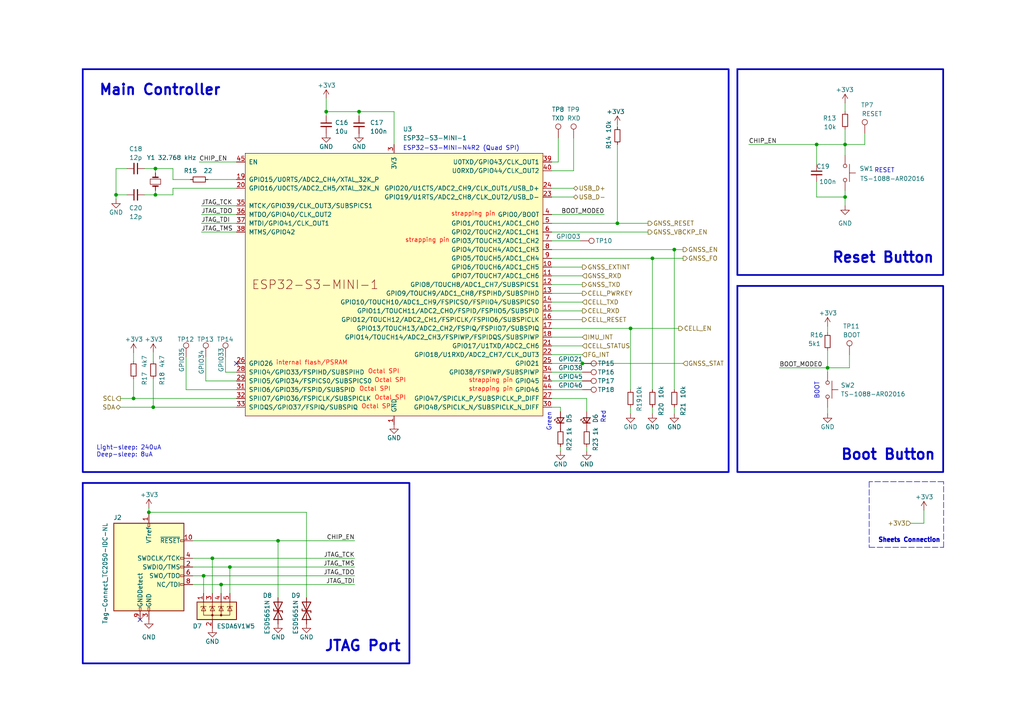
<source format=kicad_sch>
(kicad_sch (version 20231120) (generator "eeschema") (generator_version "8.0")
  (paper "A4")
  (title_block (title "Main Controller") (date "2024-05-22") (rev "2") (company "Teapot Laboratories"))
  (junction (at 195.58 72.39))
  (junction (at 236.855 41.91))
  (junction (at 104.14 32.385))
  (junction (at 43.18 148.59))
  (junction (at 189.23 74.93))
  (junction (at 33.655 56.515))
  (junction (at 44.45 118.11))
  (junction (at 80.645 156.845))
  (junction (at 59.055 167.005))
  (junction (at 182.88 95.25))
  (junction (at 245.11 41.91))
  (junction (at 38.735 115.57))
  (junction (at 94.615 32.385))
  (junction (at 45.085 56.515))
  (junction (at 179.07 64.77))
  (junction (at 66.675 164.465))
  (junction (at 45.085 48.895))
  (junction (at 245.11 57.15))
  (junction (at 168.91 105.41))
  (junction (at 64.135 169.545))
  (junction (at 240.03 106.68))
  (junction (at 61.595 161.925))
  (no_connect (at 68.58 105.41))
  (no_connect (at 40.64 179.705))
  (wire (pts (xy 162.56 129.54) (xy 162.56 130.81)))
  (wire (pts (xy 160.02 105.41) (xy 168.91 105.41)))
  (wire (pts (xy 160.02 100.33) (xy 168.91 100.33)))
  (wire (pts (xy 189.23 74.93) (xy 198.12 74.93)))
  (wire (pts (xy 44.45 102.235) (xy 44.45 104.775)))
  (wire (pts (xy 38.735 109.855) (xy 38.735 115.57)))
  (wire (pts (xy 245.11 29.845) (xy 245.11 32.385)))
  (polyline (pts (xy 273.685 139.7) (xy 252.095 139.7)) (stroke (width 0) (type dash)))
  (wire (pts (xy 168.91 105.41) (xy 198.12 105.41)))
  (wire (pts (xy 45.085 48.895) (xy 45.085 50.165)))
  (wire (pts (xy 114.3 41.91) (xy 114.3 32.385)))
  (wire (pts (xy 245.11 37.465) (xy 245.11 41.91)))
  (wire (pts (xy 160.02 92.71) (xy 168.91 92.71)))
  (wire (pts (xy 245.11 41.91) (xy 245.11 45.085)))
  (wire (pts (xy 34.925 115.57) (xy 38.735 115.57)))
  (polyline (pts (xy 252.095 158.75) (xy 273.685 158.75)) (stroke (width 0) (type dash)))
  (wire (pts (xy 94.615 33.655) (xy 94.615 32.385)))
  (wire (pts (xy 236.855 41.91) (xy 245.11 41.91)))
  (wire (pts (xy 50.165 54.61) (xy 50.165 56.515)))
  (wire (pts (xy 179.07 36.83) (xy 179.07 36.195)))
  (wire (pts (xy 38.735 115.57) (xy 68.58 115.57)))
  (wire (pts (xy 160.02 67.31) (xy 187.96 67.31)))
  (wire (pts (xy 43.18 147.32) (xy 43.18 148.59)))
  (wire (pts (xy 50.165 52.07) (xy 55.245 52.07)))
  (wire (pts (xy 61.595 161.925) (xy 102.87 161.925)))
  (wire (pts (xy 162.56 118.11) (xy 160.02 118.11)))
  (wire (pts (xy 160.02 69.85) (xy 168.275 69.85)))
  (wire (pts (xy 58.42 64.77) (xy 68.58 64.77)))
  (wire (pts (xy 33.655 56.515) (xy 33.655 57.785)))
  (wire (pts (xy 160.02 113.03) (xy 168.91 113.03)))
  (wire (pts (xy 161.925 46.99) (xy 161.925 40.005)))
  (wire (pts (xy 58.42 59.69) (xy 68.58 59.69)))
  (wire (pts (xy 160.02 97.79) (xy 168.91 97.79)))
  (wire (pts (xy 160.02 110.49) (xy 168.91 110.49)))
  (wire (pts (xy 38.735 102.235) (xy 38.735 104.775)))
  (wire (pts (xy 182.88 95.25) (xy 196.85 95.25)))
  (wire (pts (xy 170.18 119.38) (xy 170.18 115.57)))
  (wire (pts (xy 160.02 80.01) (xy 168.91 80.01)))
  (wire (pts (xy 240.03 101.6) (xy 240.03 106.68)))
  (wire (pts (xy 250.825 38.735) (xy 250.825 41.91)))
  (wire (pts (xy 160.02 85.09) (xy 168.91 85.09)))
  (wire (pts (xy 236.855 52.705) (xy 236.855 57.15)))
  (wire (pts (xy 59.055 167.005) (xy 102.87 167.005)))
  (wire (pts (xy 57.785 46.99) (xy 68.58 46.99)))
  (wire (pts (xy 80.645 156.845) (xy 80.645 173.355)))
  (wire (pts (xy 250.825 41.91) (xy 245.11 41.91)))
  (wire (pts (xy 245.11 55.245) (xy 245.11 57.15)))
  (wire (pts (xy 162.56 119.38) (xy 162.56 118.11)))
  (wire (pts (xy 245.11 57.15) (xy 245.11 59.69)))
  (wire (pts (xy 59.69 103.505) (xy 59.69 110.49)))
  (wire (pts (xy 36.83 56.515) (xy 33.655 56.515)))
  (wire (pts (xy 195.58 72.39) (xy 195.58 113.03)))
  (wire (pts (xy 64.135 169.545) (xy 102.87 169.545)))
  (wire (pts (xy 41.91 56.515) (xy 45.085 56.515)))
  (wire (pts (xy 179.07 41.91) (xy 179.07 64.77)))
  (wire (pts (xy 104.14 33.655) (xy 104.14 32.385)))
  (wire (pts (xy 53.975 113.03) (xy 68.58 113.03)))
  (polyline (pts (xy 273.685 158.75) (xy 273.685 139.7)) (stroke (width 0) (type dash)))
  (wire (pts (xy 44.45 109.855) (xy 44.45 118.11)))
  (wire (pts (xy 160.02 102.87) (xy 168.91 102.87)))
  (wire (pts (xy 170.18 115.57) (xy 160.02 115.57)))
  (wire (pts (xy 160.02 46.99) (xy 161.925 46.99)))
  (wire (pts (xy 88.9 148.59) (xy 43.18 148.59)))
  (wire (pts (xy 160.02 82.55) (xy 168.91 82.55)))
  (wire (pts (xy 217.17 41.91) (xy 236.855 41.91)))
  (wire (pts (xy 50.165 56.515) (xy 45.085 56.515)))
  (wire (pts (xy 104.14 32.385) (xy 94.615 32.385)))
  (wire (pts (xy 66.675 164.465) (xy 102.87 164.465)))
  (wire (pts (xy 55.88 167.005) (xy 59.055 167.005)))
  (wire (pts (xy 61.595 161.925) (xy 61.595 172.085)))
  (wire (pts (xy 33.655 48.895) (xy 33.655 56.515)))
  (wire (pts (xy 166.37 40.005) (xy 166.37 49.53)))
  (wire (pts (xy 80.645 156.845) (xy 102.87 156.845)))
  (wire (pts (xy 55.88 164.465) (xy 66.675 164.465)))
  (wire (pts (xy 267.97 151.765) (xy 264.16 151.765)))
  (wire (pts (xy 240.03 120.015) (xy 240.03 118.11)))
  (wire (pts (xy 50.165 54.61) (xy 68.58 54.61)))
  (wire (pts (xy 160.02 74.93) (xy 189.23 74.93)))
  (wire (pts (xy 53.975 103.505) (xy 53.975 113.03)))
  (wire (pts (xy 179.07 64.77) (xy 187.96 64.77)))
  (wire (pts (xy 33.655 48.895) (xy 36.83 48.895)))
  (wire (pts (xy 44.45 118.11) (xy 68.58 118.11)))
  (wire (pts (xy 182.88 95.25) (xy 182.88 113.03)))
  (wire (pts (xy 160.02 77.47) (xy 168.91 77.47)))
  (wire (pts (xy 160.02 64.77) (xy 179.07 64.77)))
  (wire (pts (xy 236.855 57.15) (xy 245.11 57.15)))
  (wire (pts (xy 60.325 52.07) (xy 68.58 52.07)))
  (wire (pts (xy 246.38 106.68) (xy 240.03 106.68)))
  (wire (pts (xy 160.02 95.25) (xy 182.88 95.25)))
  (wire (pts (xy 66.675 172.085) (xy 66.675 164.465)))
  (wire (pts (xy 59.055 167.005) (xy 59.055 172.085)))
  (wire (pts (xy 189.23 118.11) (xy 189.23 120.015)))
  (wire (pts (xy 160.02 57.15) (xy 166.37 57.15)))
  (wire (pts (xy 236.855 47.625) (xy 236.855 41.91)))
  (wire (pts (xy 267.97 147.955) (xy 267.97 151.765)))
  (wire (pts (xy 55.88 161.925) (xy 61.595 161.925)))
  (wire (pts (xy 160.02 54.61) (xy 166.37 54.61)))
  (polyline (pts (xy 252.095 139.7) (xy 252.095 158.75)) (stroke (width 0) (type dash)))
  (wire (pts (xy 50.165 52.07) (xy 50.165 48.895)))
  (wire (pts (xy 41.91 48.895) (xy 45.085 48.895)))
  (wire (pts (xy 59.69 110.49) (xy 68.58 110.49)))
  (wire (pts (xy 55.88 156.845) (xy 80.645 156.845)))
  (wire (pts (xy 240.03 106.68) (xy 240.03 107.95)))
  (wire (pts (xy 94.615 28.575) (xy 94.615 32.385)))
  (wire (pts (xy 58.42 67.31) (xy 68.58 67.31)))
  (wire (pts (xy 195.58 72.39) (xy 198.12 72.39)))
  (wire (pts (xy 50.165 48.895) (xy 45.085 48.895)))
  (wire (pts (xy 182.88 118.11) (xy 182.88 120.015)))
  (wire (pts (xy 226.06 106.68) (xy 240.03 106.68)))
  (wire (pts (xy 246.38 102.87) (xy 246.38 106.68)))
  (wire (pts (xy 65.405 103.505) (xy 65.405 107.95)))
  (wire (pts (xy 55.88 169.545) (xy 64.135 169.545)))
  (wire (pts (xy 160.02 62.23) (xy 175.26 62.23)))
  (wire (pts (xy 114.3 32.385) (xy 104.14 32.385)))
  (wire (pts (xy 160.02 107.95) (xy 168.91 107.95)))
  (wire (pts (xy 88.9 173.355) (xy 88.9 148.59)))
  (wire (pts (xy 160.02 87.63) (xy 168.91 87.63)))
  (wire (pts (xy 45.085 56.515) (xy 45.085 55.245)))
  (wire (pts (xy 43.18 148.59) (xy 43.18 149.225)))
  (wire (pts (xy 195.58 118.11) (xy 195.58 120.015)))
  (wire (pts (xy 34.925 118.11) (xy 44.45 118.11)))
  (wire (pts (xy 160.02 90.17) (xy 168.91 90.17)))
  (wire (pts (xy 64.135 169.545) (xy 64.135 172.085)))
  (wire (pts (xy 170.18 129.54) (xy 170.18 130.81)))
  (wire (pts (xy 240.03 94.615) (xy 240.03 96.52)))
  (wire (pts (xy 166.37 49.53) (xy 160.02 49.53)))
  (wire (pts (xy 160.02 72.39) (xy 195.58 72.39)))
  (wire (pts (xy 189.23 74.93) (xy 189.23 113.03)))
  (wire (pts (xy 58.42 62.23) (xy 68.58 62.23)))
  (wire (pts (xy 65.405 107.95) (xy 68.58 107.95)))
  (rectangle (start 24.003 140.081) (end 118.745 192.405) (stroke (width 0.5)))
  (rectangle (start 24.003 20.066) (end 211.328 136.906) (stroke (width 0.5)))
  (rectangle (start 213.868 82.931) (end 273.558 136.906) (stroke (width 0.5)))
  (rectangle (start 213.868 20.066) (end 273.558 79.756) (stroke (width 0.5)))
  (text "ESP32-S3-MINI-N4R2 (Quad SPI)\n" (at 116.84 43.815 0) (effects (font (size 1.27 1.27)) (justify left bottom)))
  (text "Red" (at 175.768 122.809 90) (effects (font (size 1.27 1.27)) (justify left bottom)))
  (text "Reset Button" (at 241.173 76.581 0) (effects (font (size 3 3) (thickness 0.6) (bold yes)) (justify left bottom)))
  (text "strapping pin" (at 135.89 113.665 0) (effects (font (size 1.27 1.27)) (justify left bottom)))
  (text "Octal SPI" (at 104.775 118.745 0) (effects (font (size 1.27 1.27)) (justify left bottom)))
  (text "Main Controller" (at 28.575 27.94 0) (effects (font (size 3 3) (thickness 0.6) (bold yes)) (justify left bottom)))
  (text "Octal SPI" (at 106.68 108.585 0) (effects (font (size 1.27 1.27)) (justify left bottom)))
  (text "JTAG Port" (at 93.98 189.23 0) (effects (font (size 3 3) (thickness 0.6) (bold yes)) (justify left bottom)))
  (text "Green" (at 160.02 125.095 90) (effects (font (size 1.27 1.27)) (justify left bottom)))
  (text "strapping pin" (at 130.81 62.865 0) (effects (font (size 1.27 1.27)) (justify left bottom)))
  (text "Boot Button" (at 243.713 133.731 0) (effects (font (size 3 3) (thickness 0.6) (bold yes)) (justify left bottom)))
  (text "RESET" (at 256.54 49.53 0) (effects (font (size 1.27 1.27))))
  (text "Octal SPI" (at 108.585 111.125 0) (effects (font (size 1.27 1.27)) (justify left bottom)))
  (text "Sheets Connection" (at 254.635 157.48 0) (effects (font (size 1.27 1.27) (thickness 0.6) (bold yes)) (justify left bottom)))
  (text "internal flash/PSRAM" (at 80.01 106.045 0) (effects (font (size 1.27 1.27)) (justify left bottom)))
  (text "Octal SPI" (at 104.14 113.665 0) (effects (font (size 1.27 1.27)) (justify left bottom)))
  (text "BOOT" (at 236.982 113.284 90) (effects (font (size 1.27 1.27))))
  (text "strapping pin" (at 135.89 111.125 0) (effects (font (size 1.27 1.27)) (justify left bottom)))
  (text "strapping pin" (at 117.475 70.485 0) (effects (font (size 1.27 1.27)) (justify left bottom)))
  (text "Light-sleep: 240uA\nDeep-sleep: 8uA" (at 27.94 132.715 0) (effects (font (size 1.27 1.27)) (justify left bottom)))
  (text "Octal SPI" (at 108.585 116.205 0) (effects (font (size 1.27 1.27)) (justify left bottom)))
  (label "JTAG_TDI" (at 58.42 64.77 0))
  (label "CHIP_EN" (at 102.87 156.845 180))
  (label "JTAG_TDO" (at 102.87 167.005 180))
  (label "JTAG_TCK" (at 102.87 161.925 180))
  (label "JTAG_TDI" (at 102.87 169.545 180))
  (label "CHIP_EN" (at 217.17 41.91 0))
  (label "BOOT_MODE0" (at 226.06 106.68 0))
  (label "CHIP_EN" (at 57.785 46.99 0))
  (label "JTAG_TMS" (at 58.42 67.31 0))
  (label "BOOT_MODE0" (at 175.26 62.23 180))
  (label "JTAG_TMS" (at 102.87 164.465 180))
  (label "JTAG_TDO" (at 58.42 62.23 0))
  (label "JTAG_TCK" (at 58.42 59.69 0))
  (hierarchical_label "GNSS_RESET" (shape output) (at 187.96 64.77 0))
  (hierarchical_label "CELL_EN" (shape output) (at 196.85 95.25 0))
  (hierarchical_label "CELL_PWRKEY" (shape output) (at 168.91 85.09 0))
  (hierarchical_label "CELL_STATUS" (shape input) (at 168.91 100.33 0))
  (hierarchical_label "FG_INT" (shape input) (at 168.91 102.87 0))
  (hierarchical_label "GNSS_EN" (shape output) (at 198.12 72.39 0))
  (hierarchical_label "GNSS_FO" (shape output) (at 198.12 74.93 0))
  (hierarchical_label "USB_D-" (shape bidirectional) (at 166.37 57.15 0))
  (hierarchical_label "SDA" (shape bidirectional) (at 34.925 118.11 180))
  (hierarchical_label "USB_D+" (shape bidirectional) (at 166.37 54.61 0))
  (hierarchical_label "GNSS_TXD" (shape output) (at 168.91 82.55 0))
  (hierarchical_label "GNSS_EXTINT" (shape output) (at 168.91 77.47 0))
  (hierarchical_label "+3V3" (shape input) (at 264.16 151.765 180))
  (hierarchical_label "GNSS_STAT" (shape input) (at 198.12 105.41 0))
  (hierarchical_label "IMU_INT" (shape input) (at 168.91 97.79 0))
  (hierarchical_label "SCL" (shape output) (at 34.925 115.57 180))
  (hierarchical_label "CELL_RESET" (shape output) (at 168.91 92.71 0))
  (hierarchical_label "GNSS_RXD" (shape input) (at 168.91 80.01 0))
  (hierarchical_label "GNSS_VBCKP_EN" (shape output) (at 187.96 67.31 0))
  (hierarchical_label "CELL_TXD" (shape input) (at 168.91 87.63 0))
  (hierarchical_label "CELL_RXD" (shape output) (at 168.91 90.17 0))
  (symbol (lib_id "Connector:Conn_ARM_JTAG_SWD_10") (at 43.18 164.465 0) (unit 1) (in_bom no)
    (property "Reference" "J2" (at 35.306 150.114 0) (effects (justify right)))
    (property "Value" "Tag-Connect_TC2050-IDC-NL" (at 30.48 151.638 90) (effects (justify right)))
    (property "Footprint" "Connector:Tag-Connect_TC2050-IDC-NL_2x05_P1.27mm_Vertical" (effects (hide yes)))
  )
  (symbol (lib_id "Switch:SW_Push") (at 240.03 113.03 270) (unit 1)
    (property "Reference" "SW2" (at 243.84 111.76 90) (effects (justify left)))
    (property "Value" "TS-1088-AR02016" (at 243.84 114.3 90) (effects (justify left)))
    (property "Footprint" "bwlc1a:SW-SMD_L3.9-W3.0-P4.45" (effects (hide yes)))
    (property "Datasheet" "https://www.lcsc.com/datasheet/lcsc_datasheet_2304140030_XUNPU-TS-1088-AR02016_C720477.pdf" (effects (hide yes)))
    (property "Description" "50mA 4mm 100MΩ 100,000 Times 12V 160gf 3mm 2mm Round Button Brick nogging SPST SMD Tactile Switches ROHS" (effects (hide yes)))
    (property "Manufacturer" "XUNPU" (effects (hide yes)))
    (property "Manufacturer Part Number" "TS-1088-AR02016" (effects (hide yes)))
    (property "Distributor" "LCSC" (effects (hide yes)))
    (property "Distributor Part Number" "C720477" (effects (hide yes)))
    (property "Distributor Link" "https://www.lcsc.com/product-detail/Tactile-Switches_XUNPU-TS-1088-AR02016_C720477.html" (effects (hide yes)))
  )
  (symbol (lib_id "power:+3V3") (at 38.735 102.235 0) (mirror y) (unit 1)
    (property "Reference" "#PWR038" (effects (hide yes)))
    (property "Value" "+3V3" (at 36.195 98.425 0) (effects (justify right)))
    (instances (project "bwlc1a" (path "" (reference "#PWR038") (unit 1))) (project "plantpal" (path "" (reference "#PWR049") (unit 1)) (path "" (reference "#PWR063") (unit 1))) (project "bwlr1e" (path "" (reference "#PWR0134") (unit 1))))
  )
  (symbol (lib_id "Device:C_Small") (at 236.855 50.165 0) (mirror y) (unit 1)
    (property "Reference" "C19" (at 240.665 48.26 0) (effects (justify left)))
    (property "Value" "100n" (at 242.57 52.705 0) (effects (justify left)))
    (property "Footprint" "Capacitor_SMD:C_0402_1005Metric" (effects (hide yes)))
    (property "Datasheet" "https://www.lcsc.com/datasheet/lcsc_datasheet_2304140030_Samsung-Electro-Mechanics-CL05B104KO5NNNC_C1525.pdf" (effects (hide yes)))
    (property "Description" "16V 100nF X7R ±10% 0402 Multilayer Ceramic Capacitors MLCC - SMD/SMT ROHS" (effects (hide yes)))
    (property "Manufacturer" "Samsung Electro-Mechanics" (effects (hide yes)))
    (property "Manufacturer Part Number" "CL05B104KO5NNNC" (effects (hide yes)))
    (property "Distributor" "LCSC" (effects (hide yes)))
    (property "Distributor Part Number" "C1525" (effects (hide yes)))
    (property "Distributor Link" "https://www.lcsc.com/product-detail/Multilayer-Ceramic-Capacitors-MLCC-SMD-SMT_Samsung-Electro-Mechanics-CL05B104KO5NNNC_C1525.html" (effects (hide yes)))
  )
  (symbol (lib_id "Connector:TestPoint") (at 168.91 107.95 270) (unit 1)
    (property "Reference" "TP16" (at 173.355 107.95 90) (effects (justify left)))
    (property "Value" "GPIO38" (at 161.925 106.68 90) (effects (justify left)))
    (property "Footprint" "TestPoint:TestPoint_Pad_D1.0mm" (effects (hide yes)))
  )
  (symbol (lib_id "Device:R_Small") (at 195.58 115.57 180) (unit 1)
    (property "Reference" "R21" (at 198.12 120.65 90) (effects (justify right)))
    (property "Value" "10k" (at 198.12 115.57 90) (effects (justify right)))
    (property "Footprint" "Resistor_SMD:R_0402_1005Metric" (effects (hide yes)))
    (property "Datasheet" "https://www.lcsc.com/datasheet/lcsc_datasheet_2206010100_UNI-ROYAL-Uniroyal-Elec-0402WGF1002TCE_C25744.pdf" (effects (hide yes)))
    (property "Description" "62.5mW Thick Film Resistors 50V ±100ppm/℃ ±1% 10kΩ 0402 Chip Resistor - Surface Mount ROHS" (effects (hide yes)))
    (property "Manufacturer" "UNI-ROYAL(Uniroyal Elec)" (effects (hide yes)))
    (property "Manufacturer Part Number" "0402WGF1002TCE" (effects (hide yes)))
    (property "Distributor" "LCSC" (effects (hide yes)))
    (property "Distributor Part Number" "C25744" (effects (hide yes)))
    (property "Distributor Link" "https://www.lcsc.com/product-detail/Chip-Resistor-Surface-Mount_UNI-ROYAL-Uniroyal-Elec-0402WGF1002TCE_C25744.html" (effects (hide yes)))
  )
  (symbol (lib_id "Device:R_Small") (at 44.45 107.315 0) (unit 1)
    (property "Reference" "R18" (at 46.99 111.76 90) (effects (justify left)))
    (property "Value" "4k7" (at 46.99 106.68 90) (effects (justify left)))
    (property "Footprint" "Resistor_SMD:R_0402_1005Metric" (effects (hide yes)))
    (property "Datasheet" "https://www.lcsc.com/datasheet/lcsc_datasheet_2206010045_UNI-ROYAL-Uniroyal-Elec-0402WGJ0472TCE_C25940.pdf" (effects (hide yes)))
    (property "Description" "62.5mW Thick Film Resistors 50V ±100ppm/℃ ±5% 4.7kΩ 0402 Chip Resistor - Surface Mount ROHS" (effects (hide yes)))
    (property "Manufacturer" "UNI-ROYAL(Uniroyal Elec)" (effects (hide yes)))
    (property "Manufacturer Part Number" "0402WGJ0472TCE" (effects (hide yes)))
    (property "Distributor" "LCSC" (effects (hide yes)))
    (property "Distributor Part Number" "C25940" (effects (hide yes)))
    (property "Distributor Link" "https://www.lcsc.com/product-detail/Chip-Resistor-Surface-Mount_UNI-ROYAL-Uniroyal-Elec-0402WGJ0472TCE_C25940.html" (effects (hide yes)))
  )
  (symbol (lib_id "power:+3V3") (at 240.03 94.615 0) (mirror y) (unit 1)
    (property "Reference" "#PWR037" (effects (hide yes)))
    (property "Value" "+3V3" (at 237.49 90.805 0) (effects (justify right)))
    (instances (project "bwlc1a" (path "" (reference "#PWR037") (unit 1))) (project "plantpal" (path "" (reference "#PWR049") (unit 1)) (path "" (reference "#PWR063") (unit 1))) (project "bwlr1e" (path "" (reference "#PWR0134") (unit 1))))
  )
  (symbol (lib_id "Device:C_Small") (at 104.14 36.195 0) (unit 1)
    (property "Reference" "C17" (at 107.315 35.5663 0) (effects (justify left)))
    (property "Value" "100n" (at 107.315 38.1063 0) (effects (justify left)))
    (property "Footprint" "Capacitor_SMD:C_0402_1005Metric" (effects (hide yes)))
    (property "Datasheet" "https://www.lcsc.com/datasheet/lcsc_datasheet_2304140030_Samsung-Electro-Mechanics-CL05B104KO5NNNC_C1525.pdf" (effects (hide yes)))
    (property "Description" "16V 100nF X7R ±10% 0402 Multilayer Ceramic Capacitors MLCC - SMD/SMT ROHS" (effects (hide yes)))
    (property "Manufacturer" "Samsung Electro-Mechanics" (effects (hide yes)))
    (property "Manufacturer Part Number" "CL05B104KO5NNNC" (effects (hide yes)))
    (property "Distributor" "LCSC" (effects (hide yes)))
    (property "Distributor Part Number" "C1525" (effects (hide yes)))
    (property "Distributor Link" "https://www.lcsc.com/product-detail/Multilayer-Ceramic-Capacitors-MLCC-SMD-SMT_Samsung-Electro-Mechanics-CL05B104KO5NNNC_C1525.html" (effects (hide yes)))
  )
  (symbol (lib_id "power:GND") (at 104.14 38.735 0) (unit 1)
    (property "Reference" "#PWR034" (effects (hide yes)))
    (property "Value" "GND" (at 104.14 42.545 0))
  )
  (symbol (lib_id "Connector:TestPoint") (at 250.825 38.735 0) (mirror y) (unit 1)
    (property "Reference" "TP7" (at 253.365 30.48 0) (effects (justify left)))
    (property "Value" "RESET" (at 255.905 33.02 0) (effects (justify left)))
    (property "Footprint" "TestPoint:TestPoint_Pad_D1.0mm" (effects (hide yes)))
  )
  (symbol (lib_id "Device:Crystal_Small") (at 45.085 52.705 90) (unit 1)
    (property "Reference" "Y1" (at 42.545 45.72 90) (effects (justify right)))
    (property "Value" "32.768 kHz" (at 45.72 45.72 90) (effects (justify right)))
    (property "Footprint" "Crystal:Crystal_SMD_3215-2Pin_3.2x1.5mm" (effects (hide yes)))
    (property "Datasheet" "https://www.lcsc.com/datasheet/lcsc_datasheet_2404180925_Seiko-Epson-Q13FC13500004_C32346.pdf" (effects (hide yes)))
    (property "Description" "32.768kHz 12.5pF ±20ppm SMD3215-2P Crystals ROHS" (effects (hide yes)))
    (property "Manufacturer" "Seiko Epson" (effects (hide yes)))
    (property "Manufacturer Part Number" "Q13FC1350000400" (effects (hide yes)))
    (property "Distributor" "LCSC" (effects (hide yes)))
    (property "Distributor Part Number" "C32346" (effects (hide yes)))
    (property "Distributor Link" "https://www.lcsc.com/product-detail/Crystals_Seiko-Epson-Q13FC1350000400_C32346.html" (effects (hide yes)))
  )
  (symbol (lib_id "power:GND") (at 170.18 130.81 0) (unit 1)
    (property "Reference" "#PWR046" (effects (hide yes)))
    (property "Value" "GND" (at 170.18 134.62 0))
  )
  (symbol (lib_id "Connector:TestPoint") (at 246.38 102.87 0) (unit 1)
    (property "Reference" "TP11" (at 244.475 94.615 0) (effects (justify left)))
    (property "Value" "BOOT" (at 244.475 97.155 0) (effects (justify left)))
    (property "Footprint" "TestPoint:TestPoint_Pad_D1.0mm" (effects (hide yes)))
  )
  (symbol (lib_id "power:GND") (at 114.3 123.19 0) (unit 1)
    (property "Reference" "#PWR044" (effects (hide yes)))
    (property "Value" "GND" (at 114.3 127 0))
  )
  (symbol (lib_id "Connector:TestPoint") (at 161.925 40.005 0) (unit 1)
    (property "Reference" "TP8" (at 160.02 31.75 0) (effects (justify left)))
    (property "Value" "TXD" (at 160.02 34.29 0) (effects (justify left)))
    (property "Footprint" "TestPoint:TestPoint_Pad_D1.0mm" (effects (hide yes)))
  )
  (symbol (lib_id "power:GND") (at 61.595 182.245 0) (unit 1)
    (property "Reference" "#PWR052" (effects (hide yes)))
    (property "Value" "GND" (at 61.595 186.055 0))
  )
  (symbol (lib_id "Device:LED_Small") (at 162.56 121.92 90) (unit 1)
    (property "Reference" "D5" (at 165.1 120.015 0) (effects (justify right)))
    (property "Value" "LTST-C191KGKT" (effects (hide yes)))
    (property "Footprint" "LED_SMD:LED_0603_1608Metric" (effects (hide yes)))
    (property "Datasheet" "https://www.lcsc.com/datasheet/lcsc_datasheet_1811100910_Lite-On-LTST-C191KGKT_C125098.pdf" (effects (hide yes)))
    (property "Description" "20mA 35mcd -55℃~+85℃ 567.5nm~576.5nm Green-yellow 130° 75mW 2V 0603 Light Emitting Diodes (LED) ROHS" (effects (hide yes)))
    (property "Manufacturer" "Lite-On" (effects (hide yes)))
    (property "Manufacturer Part Number" "LTST-C191KGKT" (effects (hide yes)))
    (property "Distributor" "LCSC" (effects (hide yes)))
    (property "Distributor Part Number" "C125098" (effects (hide yes)))
    (property "Distributor Link" "https://www.lcsc.com/product-detail/Light-Emitting-Diodes-LED_Lite-On-LTST-C191KGKT_C125098.html" (effects (hide yes)))
  )
  (symbol (lib_id "power:GND") (at 88.9 180.975 0) (unit 1)
    (property "Reference" "#PWR051" (effects (hide yes)))
    (property "Value" "GND" (at 88.9 184.785 0))
  )
  (symbol (lib_id "Device:R_Small") (at 57.785 52.07 270) (unit 1)
    (property "Reference" "R15" (at 55.245 49.53 90))
    (property "Value" "22" (at 60.325 49.53 90))
    (property "Footprint" "Resistor_SMD:R_0402_1005Metric" (effects (hide yes)))
    (property "Datasheet" "https://www.lcsc.com/datasheet/lcsc_datasheet_2205311900_UNI-ROYAL-Uniroyal-Elec-0402WGF220JTCE_C25092.pdf" (effects (hide yes)))
    (property "Description" "62.5mW Thick Film Resistors ±1% ±100ppm/℃ 22Ω 0402 Chip Resistor - Surface Mount ROHS" (effects (hide yes)))
    (property "Manufacturer" "UNI-ROYAL(Uniroyal Elec)" (effects (hide yes)))
    (property "Manufacturer Part Number" "0402WGF220JTCE" (effects (hide yes)))
    (property "Distributor" "LCSC" (effects (hide yes)))
    (property "Distributor Part Number" "C25092" (effects (hide yes)))
    (property "Distributor Link" "https://www.lcsc.com/product-detail/Chip-Resistor-Surface-Mount_UNI-ROYAL-Uniroyal-Elec-0402WGF220JTCE_C25092.html" (effects (hide yes)))
    (instances (project "bwlc1a" (path "" (reference "R15") (unit 1))) (project "plantpal" (path "" (reference "R4") (unit 1)) (path "" (reference "R2") (unit 1))))
  )
  (symbol (lib_id "Connector:TestPoint") (at 168.91 110.49 270) (unit 1)
    (property "Reference" "TP17" (at 173.355 110.49 90) (effects (justify left)))
    (property "Value" "GPIO45" (at 161.925 109.22 90) (effects (justify left)))
    (property "Footprint" "TestPoint:TestPoint_Pad_D1.0mm" (effects (hide yes)))
  )
  (symbol (lib_id "power:+3V3") (at 44.45 102.235 0) (mirror y) (unit 1)
    (property "Reference" "#PWR039" (effects (hide yes)))
    (property "Value" "+3V3" (at 41.91 98.425 0) (effects (justify right)))
    (instances (project "bwlc1a" (path "" (reference "#PWR039") (unit 1))) (project "plantpal" (path "" (reference "#PWR049") (unit 1)) (path "" (reference "#PWR063") (unit 1))) (project "bwlr1e" (path "" (reference "#PWR0134") (unit 1))))
  )
  (symbol (lib_id "Device:C_Small") (at 39.37 48.895 270) (unit 1)
    (property "Reference" "C18" (at 39.37 43.18 90))
    (property "Value" "12p" (at 39.37 45.72 90))
    (property "Footprint" "Capacitor_SMD:C_0402_1005Metric" (effects (hide yes)))
    (property "Datasheet" "https://www.lcsc.com/datasheet/lcsc_datasheet_2304140030_FH--Guangdong-Fenghua-Advanced-Tech-0402CG120J500NT_C1547.pdf" (effects (hide yes)))
    (property "Description" "50V 12pF C0G ±5% 0402 Multilayer Ceramic Capacitors MLCC - SMD/SMT ROHS" (effects (hide yes)))
    (property "Manufacturer" "FH (Guangdong Fenghua Advanced Tech)" (effects (hide yes)))
    (property "Manufacturer Part Number" "0402CG120J500NT" (effects (hide yes)))
    (property "Distributor" "LCSC" (effects (hide yes)))
    (property "Distributor Part Number" "C1547" (effects (hide yes)))
    (property "Distributor Link" "https://www.lcsc.com/product-detail/Multilayer-Ceramic-Capacitors-MLCC-SMD-SMT_FH-Guangdong-Fenghua-Advanced-Tech-0402CG120J500NT_C1547.html" (effects (hide yes)))
  )
  (symbol (lib_id "Device:C_Small") (at 94.615 36.195 0) (unit 1)
    (property "Reference" "C16" (at 97.155 35.5663 0) (effects (justify left)))
    (property "Value" "10u" (at 97.155 38.1063 0) (effects (justify left)))
    (property "Footprint" "Capacitor_SMD:C_0603_1608Metric" (effects (hide yes)))
    (property "Datasheet" "https://www.lcsc.com/datasheet/lcsc_datasheet_2304140030_Samsung-Electro-Mechanics-CL10A106KP8NNNC_C19702.pdf" (effects (hide yes)))
    (property "Description" "10V 10uF X5R ±10% 0603 Multilayer Ceramic Capacitors MLCC - SMD/SMT ROHS" (effects (hide yes)))
    (property "Manufacturer" "Samsung Electro-Mechanics" (effects (hide yes)))
    (property "Manufacturer Part Number" "CL10A106KP8NNNC" (effects (hide yes)))
    (property "Distributor" "LCSC" (effects (hide yes)))
    (property "Distributor Part Number" "C19702" (effects (hide yes)))
    (property "Distributor Link" "https://www.lcsc.com/product-detail/Multilayer-Ceramic-Capacitors-MLCC-SMD-SMT_Samsung-Electro-Mechanics-CL10A106KP8NNNC_C19702.html" (effects (hide yes)))
  )
  (symbol (lib_id "Connector:TestPoint") (at 53.975 103.505 0) (unit 1)
    (property "Reference" "TP12" (at 51.435 98.425 0) (effects (justify left)))
    (property "Value" "GPIO35" (at 52.705 107.95 90) (effects (justify left)))
    (property "Footprint" "TestPoint:TestPoint_Pad_D1.0mm" (effects (hide yes)))
  )
  (symbol (lib_id "Connector:TestPoint") (at 168.275 69.85 270) (unit 1)
    (property "Reference" "TP10" (at 172.72 69.85 90) (effects (justify left)))
    (property "Value" "GPIO03" (at 161.29 68.58 90) (effects (justify left)))
    (property "Footprint" "TestPoint:TestPoint_Pad_D1.0mm" (effects (hide yes)))
  )
  (symbol (lib_id "Device:D_TVS") (at 88.9 177.165 90) (unit 1)
    (property "Reference" "D9" (at 84.455 172.72 90) (effects (justify right)))
    (property "Value" "ESD5651N" (at 85.725 173.99 0) (effects (justify right)))
    (property "Footprint" "Diode_SMD:D_SOD-882" (effects (hide yes)))
    (property "Datasheet" "https://www.lcsc.com/datasheet/lcsc_datasheet_2209151800_Leiditech-ESD5651N_C5173251.pdf" (effects (hide yes)))
    (property "Description" "DFN1006 Electrostatic and Surge Protection (TVS/ESD) ROHS" (effects (hide yes)))
    (property "Manufacturer" "Leiditech" (effects (hide yes)))
    (property "Manufacturer Part Number" "ESD5651N" (effects (hide yes)))
    (property "Distributor" "LCSC" (effects (hide yes)))
    (property "Distributor Part Number" "C5173251" (effects (hide yes)))
    (property "Distributor Link" "https://www.lcsc.com/product-detail/span-style-background-color-ff0-ESD-span-Protection-Devices_Leiditech-ESD5651N_C5173251.html" (effects (hide yes)))
  )
  (symbol (lib_id "Connector:TestPoint") (at 168.91 105.41 270) (unit 1)
    (property "Reference" "TP15" (at 173.355 105.41 90) (effects (justify left)))
    (property "Value" "GPIO21" (at 161.925 104.14 90) (effects (justify left)))
    (property "Footprint" "TestPoint:TestPoint_Pad_D1.0mm" (effects (hide yes)))
  )
  (symbol (lib_id "power:+3V3") (at 179.07 36.195 0) (mirror y) (unit 1)
    (property "Reference" "#PWR032" (effects (hide yes)))
    (property "Value" "+3V3" (at 175.895 32.385 0) (effects (justify right)))
    (instances (project "bwlc1a" (path "" (reference "#PWR032") (unit 1))) (project "plantpal" (path "" (reference "#PWR049") (unit 1)) (path "" (reference "#PWR063") (unit 1))) (project "bwlr1e" (path "" (reference "#PWR0134") (unit 1))))
  )
  (symbol (lib_id "bwlc1a:ESP32-S3-MINI-1") (at 114.3 82.55 0) (unit 1)
    (property "Reference" "U3" (at 116.84 37.465 0) (effects (justify left)))
    (property "Value" "ESP32-S3-MINI-1" (at 116.84 40.005 0) (effects (justify left)))
    (property "Footprint" "bwlc1a:ESP32-S3-MINI-1" (effects (hide yes)))
    (property "Datasheet" "https://www.espressif.com/sites/default/files/documentation/esp32-s3-mini-1_mini-1u_datasheet_en.pdf" (effects (hide yes)))
    (property "Description" "Smallsized module supporting 2.4 GHz WiFi (802.11 b/g/n) and Bluetooth ® 5 (LE) Built around ESP32S3 series of SoCs, Xtensa ® dualcore 32bit LX7 microprocessor Flash up to 8 MB, optional 2 MB PSRAM in chip package 39 GPIOs, rich set of peripherals Onboard PCB antenna or external antenna connector" (effects (hide yes)))
    (property "Manufacturer" "Espressif Systems" (effects (hide yes)))
    (property "Manufacturer Part Number" "ESP32-S3-MINI-1-N4R2" (effects (hide yes)))
    (property "Distributor" "LCSC" (effects (hide yes)))
    (property "Distributor Part Number" "C3013941" (effects (hide yes)))
    (property "Distributor Link" "https://www.lcsc.com/product-detail/WiFi-Modules_Espressif-Systems-ESP32-S3-MINI-1-N4R2_C3013941.html" (effects (hide yes)))
  )
  (symbol (lib_id "Device:LED_Small") (at 170.18 121.92 90) (unit 1)
    (property "Reference" "D6" (at 172.72 120.015 0) (effects (justify right)))
    (property "Value" "LTST-C191KRKT" (effects (hide yes)))
    (property "Footprint" "LED_SMD:LED_0603_1608Metric" (effects (hide yes)))
    (property "Datasheet" "https://www.lcsc.com/datasheet/lcsc_datasheet_1810231512_Lite-On-LTST-C191KRKT_C125099.pdf" (effects (hide yes)))
    (property "Description" "20mA 54mcd -55℃~+85℃ 631nm Red 130° 75mW 2V 0603 Light Emitting Diodes (LED) ROHS" (effects (hide yes)))
    (property "Manufacturer" "Lite-On" (effects (hide yes)))
    (property "Manufacturer Part Number" "LTST-C191KRKT" (effects (hide yes)))
    (property "Distributor" "LCSC" (effects (hide yes)))
    (property "Distributor Part Number" "C125099" (effects (hide yes)))
    (property "Distributor Link" "https://www.lcsc.com/product-detail/Light-Emitting-Diodes-LED_Lite-On-LTST-C191KRKT_C125099.html" (effects (hide yes)))
  )
  (symbol (lib_id "power:GND") (at 162.56 130.81 0) (unit 1)
    (property "Reference" "#PWR045" (effects (hide yes)))
    (property "Value" "GND" (at 162.56 134.62 0))
  )
  (symbol (lib_id "Switch:SW_Push") (at 245.11 50.165 270) (mirror x) (unit 1)
    (property "Reference" "SW1" (at 253.365 48.895 90) (effects (justify right)))
    (property "Value" "TS-1088-AR02016" (at 268.224 51.816 90) (effects (justify right)))
    (property "Footprint" "bwlc1a:SW-SMD_L3.9-W3.0-P4.45" (effects (hide yes)))
    (property "Datasheet" "https://www.lcsc.com/datasheet/lcsc_datasheet_2304140030_XUNPU-TS-1088-AR02016_C720477.pdf" (effects (hide yes)))
    (property "Description" "50mA 4mm 100MΩ 100,000 Times 12V 160gf 3mm 2mm Round Button Brick nogging SPST SMD Tactile Switches ROHS" (effects (hide yes)))
    (property "Manufacturer" "XUNPU" (effects (hide yes)))
    (property "Manufacturer Part Number" "TS-1088-AR02016" (effects (hide yes)))
    (property "Distributor" "LCSC" (effects (hide yes)))
    (property "Distributor Part Number" "C720477" (effects (hide yes)))
    (property "Distributor Link" "https://www.lcsc.com/product-detail/Tactile-Switches_XUNPU-TS-1088-AR02016_C720477.html" (effects (hide yes)))
  )
  (symbol (lib_id "Connector:TestPoint") (at 166.37 40.005 0) (unit 1)
    (property "Reference" "TP9" (at 164.465 31.75 0) (effects (justify left)))
    (property "Value" "RXD" (at 164.465 34.29 0) (effects (justify left)))
    (property "Footprint" "TestPoint:TestPoint_Pad_D1.0mm" (effects (hide yes)))
  )
  (symbol (lib_id "power:GND") (at 245.11 59.69 0) (mirror y) (unit 1)
    (property "Reference" "#PWR036" (effects (hide yes)))
    (property "Value" "GND" (at 245.11 64.77 0))
  )
  (symbol (lib_id "Device:R_Small") (at 179.07 39.37 0) (unit 1)
    (property "Reference" "R14" (at 176.53 39.37 90) (effects (justify right)))
    (property "Value" "10k" (at 176.53 34.925 90) (effects (justify right)))
    (property "Footprint" "Resistor_SMD:R_0402_1005Metric" (effects (hide yes)))
    (property "Datasheet" "https://www.lcsc.com/datasheet/lcsc_datasheet_2206010100_UNI-ROYAL-Uniroyal-Elec-0402WGF1002TCE_C25744.pdf" (effects (hide yes)))
    (property "Description" "62.5mW Thick Film Resistors 50V ±100ppm/℃ ±1% 10kΩ 0402 Chip Resistor - Surface Mount ROHS" (effects (hide yes)))
    (property "Manufacturer" "UNI-ROYAL(Uniroyal Elec)" (effects (hide yes)))
    (property "Manufacturer Part Number" "0402WGF1002TCE" (effects (hide yes)))
    (property "Distributor" "LCSC" (effects (hide yes)))
    (property "Distributor Part Number" "C25744" (effects (hide yes)))
    (property "Distributor Link" "https://www.lcsc.com/product-detail/Chip-Resistor-Surface-Mount_UNI-ROYAL-Uniroyal-Elec-0402WGF1002TCE_C25744.html" (effects (hide yes)))
  )
  (symbol (lib_id "power:GND") (at 80.645 180.975 0) (unit 1)
    (property "Reference" "#PWR050" (effects (hide yes)))
    (property "Value" "GND" (at 80.645 184.785 0))
  )
  (symbol (lib_id "Connector:TestPoint") (at 59.69 103.505 0) (unit 1)
    (property "Reference" "TP13" (at 57.15 98.425 0) (effects (justify left)))
    (property "Value" "GPIO34" (at 58.42 108.585 90) (effects (justify left)))
    (property "Footprint" "TestPoint:TestPoint_Pad_D1.0mm" (effects (hide yes)))
  )
  (symbol (lib_id "power:GND") (at 94.615 38.735 0) (unit 1)
    (property "Reference" "#PWR033" (effects (hide yes)))
    (property "Value" "GND" (at 94.615 42.545 0))
  )
  (symbol (lib_id "power:+3V3") (at 43.18 147.32 0) (mirror y) (unit 1)
    (property "Reference" "#PWR047" (effects (hide yes)))
    (property "Value" "+3V3" (at 40.64 143.51 0) (effects (justify right)))
    (instances (project "bwlc1a" (path "" (reference "#PWR047") (unit 1))) (project "plantpal" (path "" (reference "#PWR049") (unit 1)) (path "" (reference "#PWR063") (unit 1))) (project "bwlr1e" (path "" (reference "#PWR0134") (unit 1))))
  )
  (symbol (lib_id "Power_Protection:SP0504BAJT") (at 61.595 177.165 0) (unit 1)
    (property "Reference" "D7" (at 55.88 181.61 0) (effects (justify left)))
    (property "Value" "ESDA6V1W5" (at 62.865 181.61 0) (effects (justify left)))
    (property "Footprint" "Package_TO_SOT_SMD:SOT-353_SC-70-5" (effects (hide yes)))
    (property "Datasheet" "https://www.lcsc.com/datasheet/lcsc_datasheet_2108132030_TECH-PUBLIC-ESDA6V1W5-TP_C970036.pdf" (effects (hide yes)))
    (property "Description" "SOT-323-5 ESD Protection Devices ROHS" (effects (hide yes)))
    (property "Manufacturer" "TECH PUBLIC" (effects (hide yes)))
    (property "Manufacturer Part Number" "ESDA6V1W5-TP" (effects (hide yes)))
    (property "Distributor" "LCSC" (effects (hide yes)))
    (property "Distributor Part Number" "C970036" (effects (hide yes)))
    (property "Distributor Link" "https://www.lcsc.com/product-detail/span-style-background-color-ff0-ESD-span-Protection-Devices_TECH-PUBLIC-ESDA6V1W5-TP_C970036.html" (effects (hide yes)))
  )
  (symbol (lib_id "Device:R_Small") (at 170.18 127 0) (unit 1)
    (property "Reference" "R23" (at 172.72 128.905 90))
    (property "Value" "1k" (at 172.72 125.095 90))
    (property "Footprint" "Resistor_SMD:R_0402_1005Metric" (effects (hide yes)))
    (property "Datasheet" "https://www.lcsc.com/datasheet/lcsc_datasheet_2205311845_UNI-ROYAL-Uniroyal-Elec-0402WGJ0102TCE_C25543.pdf" (effects (hide yes)))
    (property "Description" "62.5mW Thick Film Resistors 50V ±100ppm/℃ ±5% 1kΩ 0402 Chip Resistor - Surface Mount ROHS" (effects (hide yes)))
    (property "Manufacturer" "UNI-ROYAL(Uniroyal Elec)" (effects (hide yes)))
    (property "Manufacturer Part Number" "0402WGJ0102TCE" (effects (hide yes)))
    (property "Distributor" "LCSC" (effects (hide yes)))
    (property "Distributor Part Number" "C25543" (effects (hide yes)))
    (property "Distributor Link" "https://www.lcsc.com/product-detail/Chip-Resistor-Surface-Mount_UNI-ROYAL-Uniroyal-Elec-0402WGJ0102TCE_C25543.html" (effects (hide yes)))
  )
  (symbol (lib_id "power:+3V3") (at 267.97 147.955 0) (mirror y) (unit 1)
    (property "Reference" "#PWR048" (effects (hide yes)))
    (property "Value" "+3V3" (at 265.43 144.145 0) (effects (justify right)))
    (instances (project "bwlc1a" (path "" (reference "#PWR048") (unit 1))) (project "plantpal" (path "" (reference "#PWR049") (unit 1)) (path "" (reference "#PWR086") (unit 1)) (path "" (reference "#PWR091") (unit 1)) (path "" (reference "#PWR05") (unit 1))) (project "bwlr1e" (path "" (reference "#PWR0134") (unit 1))))
  )
  (symbol (lib_id "Device:R_Small") (at 38.735 107.315 0) (unit 1)
    (property "Reference" "R17" (at 41.91 111.76 90) (effects (justify left)))
    (property "Value" "4k7" (at 41.91 106.68 90) (effects (justify left)))
    (property "Footprint" "Resistor_SMD:R_0402_1005Metric" (effects (hide yes)))
    (property "Datasheet" "https://www.lcsc.com/datasheet/lcsc_datasheet_2206010045_UNI-ROYAL-Uniroyal-Elec-0402WGJ0472TCE_C25940.pdf" (effects (hide yes)))
    (property "Description" "62.5mW Thick Film Resistors 50V ±100ppm/℃ ±5% 4.7kΩ 0402 Chip Resistor - Surface Mount ROHS" (effects (hide yes)))
    (property "Manufacturer" "UNI-ROYAL(Uniroyal Elec)" (effects (hide yes)))
    (property "Manufacturer Part Number" "0402WGJ0472TCE" (effects (hide yes)))
    (property "Distributor" "LCSC" (effects (hide yes)))
    (property "Distributor Part Number" "C25940" (effects (hide yes)))
    (property "Distributor Link" "https://www.lcsc.com/product-detail/Chip-Resistor-Surface-Mount_UNI-ROYAL-Uniroyal-Elec-0402WGJ0472TCE_C25940.html" (effects (hide yes)))
  )
  (symbol (lib_id "Device:R_Small") (at 189.23 115.57 180) (unit 1)
    (property "Reference" "R20" (at 191.77 120.65 90) (effects (justify right)))
    (property "Value" "10k" (at 191.77 115.57 90) (effects (justify right)))
    (property "Footprint" "Resistor_SMD:R_0402_1005Metric" (effects (hide yes)))
    (property "Datasheet" "https://www.lcsc.com/datasheet/lcsc_datasheet_2206010100_UNI-ROYAL-Uniroyal-Elec-0402WGF1002TCE_C25744.pdf" (effects (hide yes)))
    (property "Description" "62.5mW Thick Film Resistors 50V ±100ppm/℃ ±1% 10kΩ 0402 Chip Resistor - Surface Mount ROHS" (effects (hide yes)))
    (property "Manufacturer" "UNI-ROYAL(Uniroyal Elec)" (effects (hide yes)))
    (property "Manufacturer Part Number" "0402WGF1002TCE" (effects (hide yes)))
    (property "Distributor" "LCSC" (effects (hide yes)))
    (property "Distributor Part Number" "C25744" (effects (hide yes)))
    (property "Distributor Link" "https://www.lcsc.com/product-detail/Chip-Resistor-Surface-Mount_UNI-ROYAL-Uniroyal-Elec-0402WGF1002TCE_C25744.html" (effects (hide yes)))
  )
  (symbol (lib_id "power:GND") (at 189.23 120.015 0) (unit 1)
    (property "Reference" "#PWR041" (effects (hide yes)))
    (property "Value" "GND" (at 189.23 123.825 0))
  )
  (symbol (lib_id "power:GND") (at 33.655 57.785 0) (unit 1)
    (property "Reference" "#PWR035" (effects (hide yes)))
    (property "Value" "GND" (at 33.655 61.595 0))
  )
  (symbol (lib_id "Device:R_Small") (at 245.11 34.925 0) (mirror y) (unit 1)
    (property "Reference" "R13" (at 242.57 34.29 0) (effects (justify left)))
    (property "Value" "10k" (at 242.57 36.83 0) (effects (justify left)))
    (property "Footprint" "Resistor_SMD:R_0402_1005Metric" (effects (hide yes)))
    (property "Datasheet" "https://www.lcsc.com/datasheet/lcsc_datasheet_2206010100_UNI-ROYAL-Uniroyal-Elec-0402WGF1002TCE_C25744.pdf" (effects (hide yes)))
    (property "Description" "62.5mW Thick Film Resistors 50V ±100ppm/℃ ±1% 10kΩ 0402 Chip Resistor - Surface Mount ROHS" (effects (hide yes)))
    (property "Manufacturer" "UNI-ROYAL(Uniroyal Elec)" (effects (hide yes)))
    (property "Manufacturer Part Number" "0402WGF1002TCE" (effects (hide yes)))
    (property "Distributor" "LCSC" (effects (hide yes)))
    (property "Distributor Part Number" "C25744" (effects (hide yes)))
    (property "Distributor Link" "https://www.lcsc.com/product-detail/Chip-Resistor-Surface-Mount_UNI-ROYAL-Uniroyal-Elec-0402WGF1002TCE_C25744.html" (effects (hide yes)))
  )
  (symbol (lib_id "power:GND") (at 43.18 179.705 0) (unit 1)
    (property "Reference" "#PWR049" (effects (hide yes)))
    (property "Value" "GND" (at 43.18 184.785 0))
  )
  (symbol (lib_id "power:+3V3") (at 245.11 29.845 0) (unit 1)
    (property "Reference" "#PWR031" (effects (hide yes)))
    (property "Value" "+3V3" (at 247.65 26.035 0) (effects (justify right)))
    (instances (project "bwlc1a" (path "" (reference "#PWR031") (unit 1))) (project "plantpal" (path "" (reference "#PWR049") (unit 1)) (path "" (reference "#PWR063") (unit 1))) (project "bwlr1e" (path "" (reference "#PWR0134") (unit 1))))
  )
  (symbol (lib_id "power:+3V3") (at 94.615 28.575 0) (mirror y) (unit 1)
    (property "Reference" "#PWR030" (effects (hide yes)))
    (property "Value" "+3V3" (at 92.075 24.765 0) (effects (justify right)))
    (instances (project "bwlc1a" (path "" (reference "#PWR030") (unit 1))) (project "plantpal" (path "" (reference "#PWR049") (unit 1)) (path "" (reference "#PWR063") (unit 1))) (project "bwlr1e" (path "" (reference "#PWR0134") (unit 1))))
  )
  (symbol (lib_id "Device:D_TVS") (at 80.645 177.165 90) (unit 1)
    (property "Reference" "D8" (at 76.2 172.72 90) (effects (justify right)))
    (property "Value" "ESD5651N" (at 77.47 173.99 0) (effects (justify right)))
    (property "Footprint" "Diode_SMD:D_SOD-882" (effects (hide yes)))
    (property "Datasheet" "https://www.lcsc.com/datasheet/lcsc_datasheet_2209151800_Leiditech-ESD5651N_C5173251.pdf" (effects (hide yes)))
    (property "Description" "DFN1006 Electrostatic and Surge Protection (TVS/ESD) ROHS" (effects (hide yes)))
    (property "Manufacturer" "Leiditech" (effects (hide yes)))
    (property "Manufacturer Part Number" "ESD5651N" (effects (hide yes)))
    (property "Distributor" "LCSC" (effects (hide yes)))
    (property "Distributor Part Number" "C5173251" (effects (hide yes)))
    (property "Distributor Link" "https://www.lcsc.com/product-detail/span-style-background-color-ff0-ESD-span-Protection-Devices_Leiditech-ESD5651N_C5173251.html" (effects (hide yes)))
  )
  (symbol (lib_id "Device:R_Small") (at 240.03 99.06 0) (mirror x) (unit 1)
    (property "Reference" "R16" (at 236.855 97.155 0))
    (property "Value" "5k1" (at 236.22 99.695 0))
    (property "Footprint" "Resistor_SMD:R_0402_1005Metric" (effects (hide yes)))
    (property "Datasheet" "https://www.lcsc.com/datasheet/lcsc_datasheet_2206010045_UNI-ROYAL-Uniroyal-Elec-0402WGF5101TCE_C25905.pdf" (effects (hide yes)))
    (property "Description" "62.5mW Thick Film Resistors ±100ppm/℃ ±1% 5.1kΩ 0402 Chip Resistor - Surface Mount ROHS" (effects (hide yes)))
    (property "Manufacturer" "UNI-ROYAL(Uniroyal Elec)" (effects (hide yes)))
    (property "Manufacturer Part Number" "0402WGF5101TCE" (effects (hide yes)))
    (property "Distributor" "LCSC" (effects (hide yes)))
    (property "Distributor Part Number" "C25905" (effects (hide yes)))
    (property "Distributor Link" "https://www.lcsc.com/product-detail/Chip-Resistor-Surface-Mount_UNI-ROYAL-Uniroyal-Elec-0402WGF5101TCE_C25905.html" (effects (hide yes)))
    (instances (project "bwlc1a" (path "" (reference "R16") (unit 1))) (project "plantpal" (path "" (reference "R17") (unit 1)) (path "" (reference "R10") (unit 1)) (path "" (reference "R8") (unit 1))) (project "bwlr1e-prog" (path "" (reference "R5") (unit 1))) (project "feather_rak3172" (path "" (reference "R3") (unit 1))))
  )
  (symbol (lib_id "Device:R_Small") (at 162.56 127 0) (unit 1)
    (property "Reference" "R22" (at 165.1 128.905 90))
    (property "Value" "1k" (at 165.1 125.095 90))
    (property "Footprint" "Resistor_SMD:R_0402_1005Metric" (effects (hide yes)))
    (property "Datasheet" "https://www.lcsc.com/datasheet/lcsc_datasheet_2205311845_UNI-ROYAL-Uniroyal-Elec-0402WGJ0102TCE_C25543.pdf" (effects (hide yes)))
    (property "Description" "62.5mW Thick Film Resistors 50V ±100ppm/℃ ±5% 1kΩ 0402 Chip Resistor - Surface Mount ROHS" (effects (hide yes)))
    (property "Manufacturer" "UNI-ROYAL(Uniroyal Elec)" (effects (hide yes)))
    (property "Manufacturer Part Number" "0402WGJ0102TCE" (effects (hide yes)))
    (property "Distributor" "LCSC" (effects (hide yes)))
    (property "Distributor Part Number" "C25543" (effects (hide yes)))
    (property "Distributor Link" "https://www.lcsc.com/product-detail/Chip-Resistor-Surface-Mount_UNI-ROYAL-Uniroyal-Elec-0402WGJ0102TCE_C25543.html" (effects (hide yes)))
  )
  (symbol (lib_id "Connector:TestPoint") (at 65.405 103.505 0) (unit 1)
    (property "Reference" "TP14" (at 62.865 98.425 0) (effects (justify left)))
    (property "Value" "GPIO33" (at 64.135 107.95 90) (effects (justify left)))
    (property "Footprint" "TestPoint:TestPoint_Pad_D1.0mm" (effects (hide yes)))
  )
  (symbol (lib_id "power:GND") (at 240.03 120.015 0) (unit 1)
    (property "Reference" "#PWR043" (effects (hide yes)))
    (property "Value" "GND" (at 240.03 123.825 0))
  )
  (symbol (lib_id "Device:C_Small") (at 39.37 56.515 90) (unit 1)
    (property "Reference" "C20" (at 39.37 60.325 90))
    (property "Value" "12p" (at 39.37 62.865 90))
    (property "Footprint" "Capacitor_SMD:C_0402_1005Metric" (effects (hide yes)))
    (property "Datasheet" "https://www.lcsc.com/datasheet/lcsc_datasheet_2304140030_FH--Guangdong-Fenghua-Advanced-Tech-0402CG120J500NT_C1547.pdf" (effects (hide yes)))
    (property "Description" "50V 12pF C0G ±5% 0402 Multilayer Ceramic Capacitors MLCC - SMD/SMT ROHS" (effects (hide yes)))
    (property "Manufacturer" "FH (Guangdong Fenghua Advanced Tech)" (effects (hide yes)))
    (property "Manufacturer Part Number" "0402CG120J500NT" (effects (hide yes)))
    (property "Distributor" "LCSC" (effects (hide yes)))
    (property "Distributor Link" "https://www.lcsc.com/product-detail/Multilayer-Ceramic-Capacitors-MLCC-SMD-SMT_FH-Guangdong-Fenghua-Advanced-Tech-0402CG120J500NT_C1547.html" (effects (hide yes)))
    (property "Distributor Part Number" "C1547" (effects (hide yes)))
  )
  (symbol (lib_id "Connector:TestPoint") (at 168.91 113.03 270) (unit 1)
    (property "Reference" "TP18" (at 173.355 113.03 90) (effects (justify left)))
    (property "Value" "GPIO46" (at 161.925 111.76 90) (effects (justify left)))
    (property "Footprint" "TestPoint:TestPoint_Pad_D1.0mm" (effects (hide yes)))
  )
  (symbol (lib_id "power:GND") (at 195.58 120.015 0) (unit 1)
    (property "Reference" "#PWR042" (effects (hide yes)))
    (property "Value" "GND" (at 195.58 123.825 0))
  )
  (symbol (lib_id "power:GND") (at 182.88 120.015 0) (unit 1)
    (property "Reference" "#PWR040" (effects (hide yes)))
    (property "Value" "GND" (at 182.88 123.825 0))
  )
  (symbol (lib_id "Device:R_Small") (at 182.88 115.57 180) (unit 1)
    (property "Reference" "R19" (at 185.42 119.38 90) (effects (justify right)))
    (property "Value" "10k" (at 185.42 115.57 90) (effects (justify right)))
    (property "Footprint" "Resistor_SMD:R_0402_1005Metric" (effects (hide yes)))
    (property "Datasheet" "https://www.lcsc.com/datasheet/lcsc_datasheet_2206010100_UNI-ROYAL-Uniroyal-Elec-0402WGF1002TCE_C25744.pdf" (effects (hide yes)))
    (property "Description" "62.5mW Thick Film Resistors 50V ±100ppm/℃ ±1% 10kΩ 0402 Chip Resistor - Surface Mount ROHS" (effects (hide yes)))
    (property "Manufacturer" "UNI-ROYAL(Uniroyal Elec)" (effects (hide yes)))
    (property "Manufacturer Part Number" "0402WGF1002TCE" (effects (hide yes)))
    (property "Distributor" "LCSC" (effects (hide yes)))
    (property "Distributor Part Number" "C25744" (effects (hide yes)))
    (property "Distributor Link" "https://www.lcsc.com/product-detail/Chip-Resistor-Surface-Mount_UNI-ROYAL-Uniroyal-Elec-0402WGF1002TCE_C25744.html" (effects (hide yes)))
  )
)
</source>
